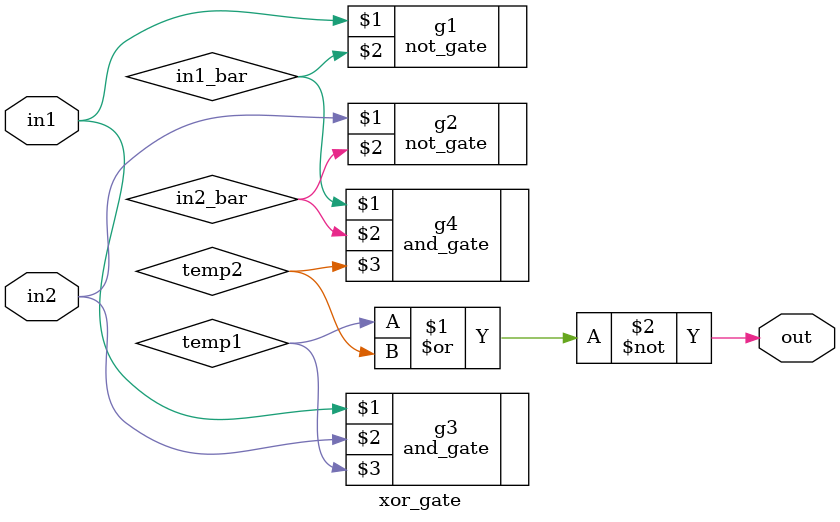
<source format=v>
module xor_gate(in1, in2, out);
	input in1, in2;
	output out;
	wire in1_bar, in2_bar, temp1, temp2;
	
	not_gate g1(in1, in1_bar); // not in1 -> in1_bar
	not_gate g2(in2, in2_bar); // not in2 -> in2_bar
	and_gate g3(in1, in2, temp1); // in1.in2 -> temp1
	and_gate g4(in1_bar, in2_bar, temp2); // in1_bar.in2_bar -> temp2
	nor res(out, temp1, temp2); // (temp1.temp2)' -> res
endmodule
</source>
